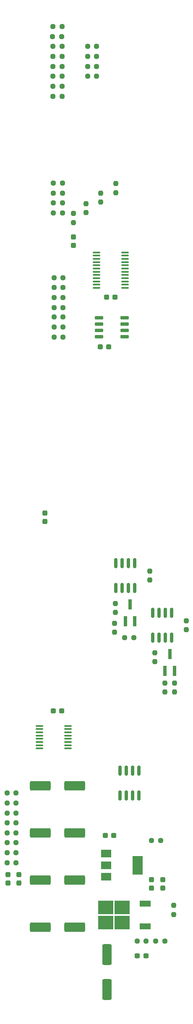
<source format=gbr>
%TF.GenerationSoftware,KiCad,Pcbnew,(6.0.0)*%
%TF.CreationDate,2022-04-21T19:53:10+02:00*%
%TF.ProjectId,KallebolFanoutBoard,4b616c6c-6562-46f6-9c46-616e6f757442,rev?*%
%TF.SameCoordinates,Original*%
%TF.FileFunction,Paste,Top*%
%TF.FilePolarity,Positive*%
%FSLAX46Y46*%
G04 Gerber Fmt 4.6, Leading zero omitted, Abs format (unit mm)*
G04 Created by KiCad (PCBNEW (6.0.0)) date 2022-04-21 19:53:10*
%MOMM*%
%LPD*%
G01*
G04 APERTURE LIST*
G04 Aperture macros list*
%AMRoundRect*
0 Rectangle with rounded corners*
0 $1 Rounding radius*
0 $2 $3 $4 $5 $6 $7 $8 $9 X,Y pos of 4 corners*
0 Add a 4 corners polygon primitive as box body*
4,1,4,$2,$3,$4,$5,$6,$7,$8,$9,$2,$3,0*
0 Add four circle primitives for the rounded corners*
1,1,$1+$1,$2,$3*
1,1,$1+$1,$4,$5*
1,1,$1+$1,$6,$7*
1,1,$1+$1,$8,$9*
0 Add four rect primitives between the rounded corners*
20,1,$1+$1,$2,$3,$4,$5,0*
20,1,$1+$1,$4,$5,$6,$7,0*
20,1,$1+$1,$6,$7,$8,$9,0*
20,1,$1+$1,$8,$9,$2,$3,0*%
G04 Aperture macros list end*
%ADD10RoundRect,0.237500X-0.250000X-0.237500X0.250000X-0.237500X0.250000X0.237500X-0.250000X0.237500X0*%
%ADD11RoundRect,0.237500X0.250000X0.237500X-0.250000X0.237500X-0.250000X-0.237500X0.250000X-0.237500X0*%
%ADD12RoundRect,0.237500X-0.237500X0.250000X-0.237500X-0.250000X0.237500X-0.250000X0.237500X0.250000X0*%
%ADD13RoundRect,0.237500X0.300000X0.237500X-0.300000X0.237500X-0.300000X-0.237500X0.300000X-0.237500X0*%
%ADD14RoundRect,0.150000X0.150000X-0.825000X0.150000X0.825000X-0.150000X0.825000X-0.150000X-0.825000X0*%
%ADD15RoundRect,0.250000X1.825000X0.700000X-1.825000X0.700000X-1.825000X-0.700000X1.825000X-0.700000X0*%
%ADD16R,3.050000X2.750000*%
%ADD17R,2.200000X1.200000*%
%ADD18RoundRect,0.237500X0.237500X-0.250000X0.237500X0.250000X-0.237500X0.250000X-0.237500X-0.250000X0*%
%ADD19RoundRect,0.237500X-0.237500X0.300000X-0.237500X-0.300000X0.237500X-0.300000X0.237500X0.300000X0*%
%ADD20RoundRect,0.237500X-0.300000X-0.237500X0.300000X-0.237500X0.300000X0.237500X-0.300000X0.237500X0*%
%ADD21R,2.000000X1.500000*%
%ADD22R,2.000000X3.800000*%
%ADD23RoundRect,0.100000X-0.637500X-0.100000X0.637500X-0.100000X0.637500X0.100000X-0.637500X0.100000X0*%
%ADD24RoundRect,0.237500X0.237500X-0.300000X0.237500X0.300000X-0.237500X0.300000X-0.237500X-0.300000X0*%
%ADD25RoundRect,0.250000X-0.700000X1.825000X-0.700000X-1.825000X0.700000X-1.825000X0.700000X1.825000X0*%
%ADD26RoundRect,0.150000X0.725000X0.150000X-0.725000X0.150000X-0.725000X-0.150000X0.725000X-0.150000X0*%
%ADD27R,0.650000X2.000000*%
G04 APERTURE END LIST*
D10*
%TO.C,R11*%
X100837500Y-48812647D03*
X102662500Y-48812647D03*
%TD*%
D11*
%TO.C,R41*%
X109662500Y-50812647D03*
X107837500Y-50812647D03*
%TD*%
D12*
%TO.C,R44*%
X107500000Y-76400147D03*
X107500000Y-78225147D03*
%TD*%
%TO.C,R29*%
X120425000Y-150347500D03*
X120425000Y-152172500D03*
%TD*%
D13*
%TO.C,C17*%
X102612500Y-178500000D03*
X100887500Y-178500000D03*
%TD*%
D10*
%TO.C,R16*%
X100750000Y-42812647D03*
X102575000Y-42812647D03*
%TD*%
%TO.C,R19*%
X121587500Y-224750000D03*
X123412500Y-224750000D03*
%TD*%
%TO.C,R7*%
X101087500Y-93312647D03*
X102912500Y-93312647D03*
%TD*%
D12*
%TO.C,R40*%
X105000000Y-78400147D03*
X105000000Y-80225147D03*
%TD*%
D14*
%TO.C,U6*%
X114345000Y-195475000D03*
X115615000Y-195475000D03*
X116885000Y-195475000D03*
X118155000Y-195475000D03*
X118155000Y-190525000D03*
X116885000Y-190525000D03*
X115615000Y-190525000D03*
X114345000Y-190525000D03*
%TD*%
D10*
%TO.C,R14*%
X100837500Y-46812647D03*
X102662500Y-46812647D03*
%TD*%
D15*
%TO.C,C12*%
X105225000Y-222000000D03*
X98275000Y-222000000D03*
%TD*%
D14*
%TO.C,U5*%
X113520000Y-153735000D03*
X114790000Y-153735000D03*
X116060000Y-153735000D03*
X117330000Y-153735000D03*
X117330000Y-148785000D03*
X116060000Y-148785000D03*
X114790000Y-148785000D03*
X113520000Y-148785000D03*
%TD*%
D15*
%TO.C,C13*%
X105225000Y-212500000D03*
X98275000Y-212500000D03*
%TD*%
D16*
%TO.C,U2*%
X111475000Y-217975000D03*
X114825000Y-217975000D03*
X114825000Y-221025000D03*
X111475000Y-221025000D03*
D17*
X119450000Y-221780000D03*
X119450000Y-217220000D03*
%TD*%
D12*
%TO.C,R28*%
X127750000Y-160337500D03*
X127750000Y-162162500D03*
%TD*%
%TO.C,R26*%
X113425000Y-156847500D03*
X113425000Y-158672500D03*
%TD*%
D10*
%TO.C,R10*%
X100925000Y-72312647D03*
X102750000Y-72312647D03*
%TD*%
D18*
%TO.C,R23*%
X113250000Y-162662500D03*
X113250000Y-160837500D03*
%TD*%
D19*
%TO.C,C7*%
X94000000Y-211387500D03*
X94000000Y-213112500D03*
%TD*%
D18*
%TO.C,R24*%
X123425000Y-174662500D03*
X123425000Y-172837500D03*
%TD*%
D10*
%TO.C,R9*%
X100925000Y-74312647D03*
X102750000Y-74312647D03*
%TD*%
D20*
%TO.C,C5*%
X117887500Y-227750000D03*
X119612500Y-227750000D03*
%TD*%
D10*
%TO.C,R31*%
X120750000Y-204500000D03*
X122575000Y-204500000D03*
%TD*%
D11*
%TO.C,R17*%
X102912500Y-103250000D03*
X101087500Y-103250000D03*
%TD*%
%TO.C,R32*%
X93412500Y-201000000D03*
X91587500Y-201000000D03*
%TD*%
D12*
%TO.C,R25*%
X121425000Y-166750000D03*
X121425000Y-168575000D03*
%TD*%
D11*
%TO.C,R43*%
X109662500Y-46812647D03*
X107837500Y-46812647D03*
%TD*%
D21*
%TO.C,U1*%
X111600000Y-207200000D03*
X111600000Y-209500000D03*
D22*
X117900000Y-209500000D03*
D21*
X111600000Y-211800000D03*
%TD*%
D11*
%TO.C,R39*%
X109662500Y-44812647D03*
X107837500Y-44812647D03*
%TD*%
D13*
%TO.C,C16*%
X113362500Y-95250000D03*
X111637500Y-95250000D03*
%TD*%
D14*
%TO.C,U4*%
X121020000Y-163725000D03*
X122290000Y-163725000D03*
X123560000Y-163725000D03*
X124830000Y-163725000D03*
X124830000Y-158775000D03*
X123560000Y-158775000D03*
X122290000Y-158775000D03*
X121020000Y-158775000D03*
%TD*%
D23*
%TO.C,U8*%
X109637500Y-86237647D03*
X109637500Y-86887647D03*
X109637500Y-87537647D03*
X109637500Y-88187647D03*
X109637500Y-88837647D03*
X109637500Y-89487647D03*
X109637500Y-90137647D03*
X109637500Y-90787647D03*
X109637500Y-91437647D03*
X109637500Y-92087647D03*
X109637500Y-92737647D03*
X109637500Y-93387647D03*
X115362500Y-93387647D03*
X115362500Y-92737647D03*
X115362500Y-92087647D03*
X115362500Y-91437647D03*
X115362500Y-90787647D03*
X115362500Y-90137647D03*
X115362500Y-89487647D03*
X115362500Y-88837647D03*
X115362500Y-88187647D03*
X115362500Y-87537647D03*
X115362500Y-86887647D03*
X115362500Y-86237647D03*
%TD*%
D24*
%TO.C,C3*%
X120750000Y-214112500D03*
X120750000Y-212387500D03*
%TD*%
D15*
%TO.C,C14*%
X105250000Y-193500000D03*
X98300000Y-193500000D03*
%TD*%
D20*
%TO.C,C1*%
X111387500Y-203500000D03*
X113112500Y-203500000D03*
%TD*%
D10*
%TO.C,R4*%
X100925000Y-76312647D03*
X102750000Y-76312647D03*
%TD*%
%TO.C,R18*%
X117837500Y-224750000D03*
X119662500Y-224750000D03*
%TD*%
D23*
%TO.C,U7*%
X98137500Y-181475000D03*
X98137500Y-182125000D03*
X98137500Y-182775000D03*
X98137500Y-183425000D03*
X98137500Y-184075000D03*
X98137500Y-184725000D03*
X98137500Y-185375000D03*
X98137500Y-186025000D03*
X103862500Y-186025000D03*
X103862500Y-185375000D03*
X103862500Y-184725000D03*
X103862500Y-184075000D03*
X103862500Y-183425000D03*
X103862500Y-182775000D03*
X103862500Y-182125000D03*
X103862500Y-181475000D03*
%TD*%
D20*
%TO.C,C4*%
X110387500Y-105250000D03*
X112112500Y-105250000D03*
%TD*%
D12*
%TO.C,R47*%
X125425000Y-172837500D03*
X125425000Y-174662500D03*
%TD*%
D19*
%TO.C,C15*%
X91750000Y-211387500D03*
X91750000Y-213112500D03*
%TD*%
%TO.C,C18*%
X105000000Y-83137500D03*
X105000000Y-84862500D03*
%TD*%
%TO.C,C9*%
X99250000Y-138637500D03*
X99250000Y-140362500D03*
%TD*%
D11*
%TO.C,R37*%
X93412500Y-195000000D03*
X91587500Y-195000000D03*
%TD*%
D25*
%TO.C,C19*%
X111775000Y-227525000D03*
X111775000Y-234475000D03*
%TD*%
D11*
%TO.C,R21*%
X102912500Y-99250000D03*
X101087500Y-99250000D03*
%TD*%
D10*
%TO.C,R2*%
X101087500Y-95312647D03*
X102912500Y-95312647D03*
%TD*%
%TO.C,R8*%
X101087500Y-91312647D03*
X102912500Y-91312647D03*
%TD*%
D26*
%TO.C,U3*%
X115325000Y-103155000D03*
X115325000Y-101885000D03*
X115325000Y-100615000D03*
X115325000Y-99345000D03*
X110175000Y-99345000D03*
X110175000Y-100615000D03*
X110175000Y-101885000D03*
X110175000Y-103155000D03*
%TD*%
D11*
%TO.C,R20*%
X102912500Y-101250000D03*
X101087500Y-101250000D03*
%TD*%
D27*
%TO.C,Q2*%
X115475000Y-160470000D03*
X117375000Y-160470000D03*
X116425000Y-157050000D03*
%TD*%
D24*
%TO.C,C2*%
X123000000Y-214112500D03*
X123000000Y-212387500D03*
%TD*%
D10*
%TO.C,R5*%
X100837500Y-52812647D03*
X102662500Y-52812647D03*
%TD*%
D27*
%TO.C,Q1*%
X123475000Y-170460000D03*
X125375000Y-170460000D03*
X124425000Y-167040000D03*
%TD*%
D11*
%TO.C,R38*%
X109662500Y-48812647D03*
X107837500Y-48812647D03*
%TD*%
D10*
%TO.C,R15*%
X100837500Y-40812647D03*
X102662500Y-40812647D03*
%TD*%
D11*
%TO.C,R33*%
X93412500Y-197000000D03*
X91587500Y-197000000D03*
%TD*%
D10*
%TO.C,R6*%
X100837500Y-54812647D03*
X102662500Y-54812647D03*
%TD*%
%TO.C,R3*%
X100925000Y-78312647D03*
X102750000Y-78312647D03*
%TD*%
D11*
%TO.C,R36*%
X93412500Y-199000000D03*
X91587500Y-199000000D03*
%TD*%
%TO.C,R34*%
X93412500Y-207000000D03*
X91587500Y-207000000D03*
%TD*%
D12*
%TO.C,R45*%
X113500000Y-72400147D03*
X113500000Y-74225147D03*
%TD*%
D15*
%TO.C,C11*%
X105225000Y-203000000D03*
X98275000Y-203000000D03*
%TD*%
D10*
%TO.C,R1*%
X101087500Y-97312647D03*
X102912500Y-97312647D03*
%TD*%
%TO.C,R12*%
X100837500Y-50812647D03*
X102662500Y-50812647D03*
%TD*%
D12*
%TO.C,R42*%
X110500000Y-74312647D03*
X110500000Y-76137647D03*
%TD*%
D11*
%TO.C,R27*%
X93412500Y-209000000D03*
X91587500Y-209000000D03*
%TD*%
%TO.C,R30*%
X93412500Y-205000000D03*
X91587500Y-205000000D03*
%TD*%
%TO.C,R35*%
X93412500Y-203000000D03*
X91587500Y-203000000D03*
%TD*%
D18*
%TO.C,R22*%
X125250000Y-219412500D03*
X125250000Y-217587500D03*
%TD*%
D10*
%TO.C,R13*%
X100837500Y-44812647D03*
X102662500Y-44812647D03*
%TD*%
D11*
%TO.C,R46*%
X117162500Y-163760000D03*
X115337500Y-163760000D03*
%TD*%
M02*

</source>
